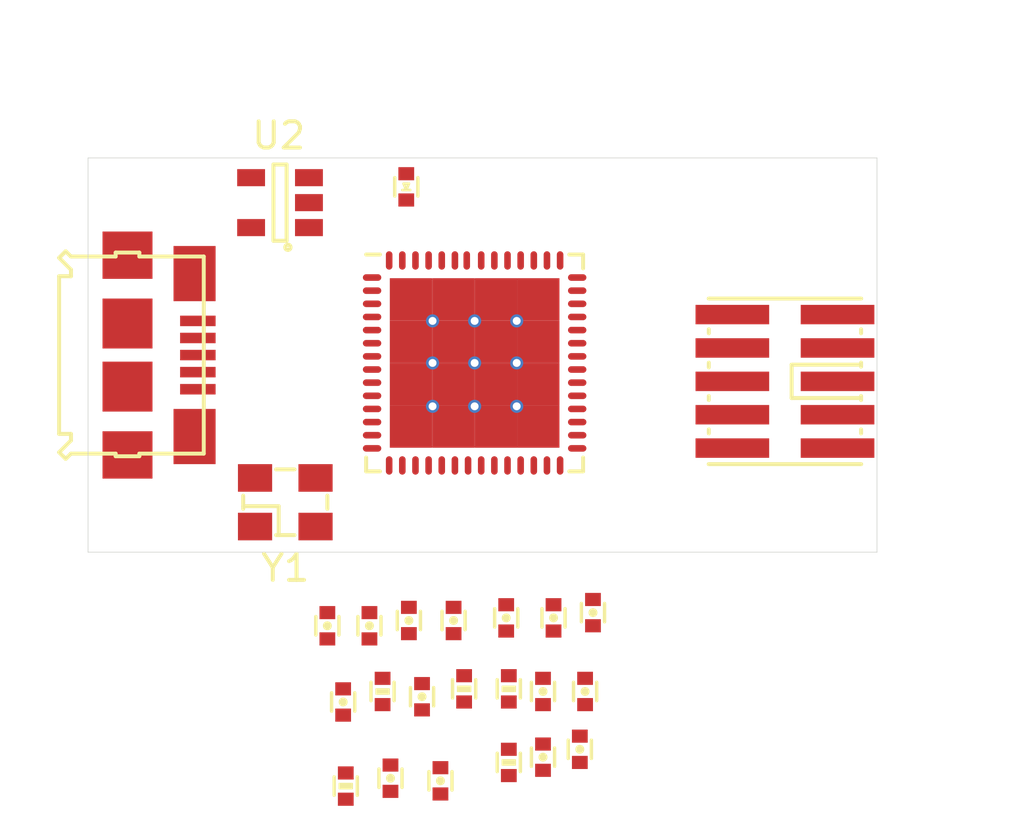
<source format=kicad_pcb>
(kicad_pcb (version 4) (host pcbnew 4.0.7-e2-6376~58~ubuntu16.04.1)

  (general
    (links 83)
    (no_connects 83)
    (area 14.987299 14.987299 45.012701 30.012701)
    (thickness 0.8)
    (drawings 6)
    (tracks 0)
    (zones 0)
    (modules 26)
    (nets 22)
  )

  (page User 152.4 101.6)
  (title_block
    (title FX2Grok-flat)
    (date 2017-09-07)
    (rev V0.1)
    (company 1BitSquared)
    (comment 1 "CC-BY-SA V4.0")
    (comment 3 "(C) Piotr Esden-Tempski 2017")
    (comment 4 "(C) 1BitSquared 2017")
  )

  (layers
    (0 F.Cu signal)
    (1 In1.Cu signal)
    (2 In2.Cu signal)
    (31 B.Cu signal)
    (34 B.Paste user)
    (35 F.Paste user)
    (36 B.SilkS user)
    (37 F.SilkS user)
    (38 B.Mask user)
    (39 F.Mask user)
    (40 Dwgs.User user)
    (44 Edge.Cuts user)
    (46 B.CrtYd user)
    (47 F.CrtYd user)
    (48 B.Fab user)
    (49 F.Fab user)
  )

  (setup
    (last_trace_width 0.127)
    (trace_clearance 0.1524)
    (zone_clearance 0.508)
    (zone_45_only no)
    (trace_min 0.127)
    (segment_width 0.381)
    (edge_width 0.0254)
    (via_size 0.44958)
    (via_drill 0.20066)
    (via_min_size 0.44958)
    (via_min_drill 0.20066)
    (uvia_size 0.508)
    (uvia_drill 0.127)
    (uvias_allowed no)
    (uvia_min_size 0.508)
    (uvia_min_drill 0.127)
    (pcb_text_width 0.3048)
    (pcb_text_size 1.524 2.032)
    (mod_edge_width 0.381)
    (mod_text_size 1.524 1.524)
    (mod_text_width 0.3048)
    (pad_size 1.89992 1.89992)
    (pad_drill 0)
    (pad_to_mask_clearance 0.0508)
    (aux_axis_origin 0 0)
    (visible_elements FFFFFF19)
    (pcbplotparams
      (layerselection 0x010cc_80000001)
      (usegerberextensions true)
      (usegerberattributes true)
      (excludeedgelayer true)
      (linewidth 0.150000)
      (plotframeref false)
      (viasonmask false)
      (mode 1)
      (useauxorigin false)
      (hpglpennumber 1)
      (hpglpenspeed 20)
      (hpglpendiameter 15)
      (hpglpenoverlay 0)
      (psnegative false)
      (psa4output false)
      (plotreference false)
      (plotvalue false)
      (plotinvisibletext false)
      (padsonsilk false)
      (subtractmaskfromsilk false)
      (outputformat 1)
      (mirror false)
      (drillshape 0)
      (scaleselection 1)
      (outputdirectory fx2grok-flat-0.1-gerber-files))
  )

  (net 0 "")
  (net 1 +5V)
  (net 2 /DM)
  (net 3 /DP)
  (net 4 /PA0)
  (net 5 /PB0)
  (net 6 /PB1)
  (net 7 /PB2)
  (net 8 /PB3)
  (net 9 /PB4)
  (net 10 /PB5)
  (net 11 /PB6)
  (net 12 /PB7)
  (net 13 /RESET#)
  (net 14 /SCL)
  (net 15 /SDA)
  (net 16 /WAKEUP)
  (net 17 /XTALIN)
  (net 18 /XTALOUT)
  (net 19 GND)
  (net 20 +3V3)
  (net 21 "Net-(D1-PadA)")

  (net_class Default "This is the default net class."
    (clearance 0.1524)
    (trace_width 0.127)
    (via_dia 0.44958)
    (via_drill 0.20066)
    (uvia_dia 0.508)
    (uvia_drill 0.127)
    (add_net +3V3)
    (add_net +5V)
    (add_net /DM)
    (add_net /DP)
    (add_net /PA0)
    (add_net /PB0)
    (add_net /PB1)
    (add_net /PB2)
    (add_net /PB3)
    (add_net /PB4)
    (add_net /PB5)
    (add_net /PB6)
    (add_net /PB7)
    (add_net /RESET#)
    (add_net /SCL)
    (add_net /SDA)
    (add_net /WAKEUP)
    (add_net /XTALIN)
    (add_net /XTALOUT)
    (add_net GND)
    (add_net "Net-(D1-PadA)")
  )

  (module pkl_dipol:C_0402 (layer F.Cu) (tedit 552C58AA) (tstamp 59C86C24)
    (at 38.3 43.8 270)
    (descr "Capacitor SMD 0402, reflow soldering")
    (tags "capacitor 0402")
    (path /4FCBEB98)
    (attr smd)
    (fp_text reference C1 (at 0 -1.1 270) (layer F.Fab)
      (effects (font (size 0.635 0.635) (thickness 0.1)))
    )
    (fp_text value 1uF (at 0 1.2 270) (layer F.Fab)
      (effects (font (size 0.635 0.635) (thickness 0.1)))
    )
    (fp_circle (center 0 0) (end 0 -0.085) (layer F.SilkS) (width 0.17))
    (fp_line (start -0.95 -0.5) (end 0.95 -0.5) (layer F.CrtYd) (width 0.05))
    (fp_line (start -0.95 0.5) (end 0.95 0.5) (layer F.CrtYd) (width 0.05))
    (fp_line (start -0.95 -0.5) (end -0.95 0.5) (layer F.CrtYd) (width 0.05))
    (fp_line (start 0.95 -0.5) (end 0.95 0.5) (layer F.CrtYd) (width 0.05))
    (fp_line (start -0.35 -0.44) (end 0.35 -0.44) (layer F.SilkS) (width 0.13))
    (fp_line (start 0.35 0.44) (end -0.35 0.44) (layer F.SilkS) (width 0.13))
    (pad 1 smd rect (at -0.5 0 270) (size 0.5 0.6) (layers F.Cu F.Paste F.Mask)
      (net 20 +3V3))
    (pad 2 smd rect (at 0.5 0 270) (size 0.5 0.6) (layers F.Cu F.Paste F.Mask)
      (net 19 GND))
    (model Capacitors_SMD.3dshapes/C_0402.wrl
      (at (xyz 0 0 0))
      (scale (xyz 1 1 1))
      (rotate (xyz 0 0 0))
    )
  )

  (module pkl_dipol:C_0402 (layer F.Cu) (tedit 552C58AA) (tstamp 59C86C31)
    (at 40.2 38.3 270)
    (descr "Capacitor SMD 0402, reflow soldering")
    (tags "capacitor 0402")
    (path /4FCA96AB)
    (attr smd)
    (fp_text reference C2 (at 0 -1.1 270) (layer F.Fab)
      (effects (font (size 0.635 0.635) (thickness 0.1)))
    )
    (fp_text value 100nF (at 0 1.2 270) (layer F.Fab)
      (effects (font (size 0.635 0.635) (thickness 0.1)))
    )
    (fp_circle (center 0 0) (end 0 -0.085) (layer F.SilkS) (width 0.17))
    (fp_line (start -0.95 -0.5) (end 0.95 -0.5) (layer F.CrtYd) (width 0.05))
    (fp_line (start -0.95 0.5) (end 0.95 0.5) (layer F.CrtYd) (width 0.05))
    (fp_line (start -0.95 -0.5) (end -0.95 0.5) (layer F.CrtYd) (width 0.05))
    (fp_line (start 0.95 -0.5) (end 0.95 0.5) (layer F.CrtYd) (width 0.05))
    (fp_line (start -0.35 -0.44) (end 0.35 -0.44) (layer F.SilkS) (width 0.13))
    (fp_line (start 0.35 0.44) (end -0.35 0.44) (layer F.SilkS) (width 0.13))
    (pad 1 smd rect (at -0.5 0 270) (size 0.5 0.6) (layers F.Cu F.Paste F.Mask)
      (net 20 +3V3))
    (pad 2 smd rect (at 0.5 0 270) (size 0.5 0.6) (layers F.Cu F.Paste F.Mask)
      (net 19 GND))
    (model Capacitors_SMD.3dshapes/C_0402.wrl
      (at (xyz 0 0 0))
      (scale (xyz 1 1 1))
      (rotate (xyz 0 0 0))
    )
  )

  (module pkl_dipol:C_0402 (layer F.Cu) (tedit 552C58AA) (tstamp 59C86C3E)
    (at 30.7 41.7 270)
    (descr "Capacitor SMD 0402, reflow soldering")
    (tags "capacitor 0402")
    (path /4FCA9C5D)
    (attr smd)
    (fp_text reference C3 (at 0 -1.1 270) (layer F.Fab)
      (effects (font (size 0.635 0.635) (thickness 0.1)))
    )
    (fp_text value 2.2uF (at 0 1.2 270) (layer F.Fab)
      (effects (font (size 0.635 0.635) (thickness 0.1)))
    )
    (fp_circle (center 0 0) (end 0 -0.085) (layer F.SilkS) (width 0.17))
    (fp_line (start -0.95 -0.5) (end 0.95 -0.5) (layer F.CrtYd) (width 0.05))
    (fp_line (start -0.95 0.5) (end 0.95 0.5) (layer F.CrtYd) (width 0.05))
    (fp_line (start -0.95 -0.5) (end -0.95 0.5) (layer F.CrtYd) (width 0.05))
    (fp_line (start 0.95 -0.5) (end 0.95 0.5) (layer F.CrtYd) (width 0.05))
    (fp_line (start -0.35 -0.44) (end 0.35 -0.44) (layer F.SilkS) (width 0.13))
    (fp_line (start 0.35 0.44) (end -0.35 0.44) (layer F.SilkS) (width 0.13))
    (pad 1 smd rect (at -0.5 0 270) (size 0.5 0.6) (layers F.Cu F.Paste F.Mask)
      (net 20 +3V3))
    (pad 2 smd rect (at 0.5 0 270) (size 0.5 0.6) (layers F.Cu F.Paste F.Mask)
      (net 19 GND))
    (model Capacitors_SMD.3dshapes/C_0402.wrl
      (at (xyz 0 0 0))
      (scale (xyz 1 1 1))
      (rotate (xyz 0 0 0))
    )
  )

  (module pkl_dipol:C_0402 (layer F.Cu) (tedit 552C58AA) (tstamp 59C86C4B)
    (at 31.700001 38.8 270)
    (descr "Capacitor SMD 0402, reflow soldering")
    (tags "capacitor 0402")
    (path /4FC8F6F8)
    (attr smd)
    (fp_text reference C4 (at 0 -1.1 270) (layer F.Fab)
      (effects (font (size 0.635 0.635) (thickness 0.1)))
    )
    (fp_text value 12pF (at 0 1.2 270) (layer F.Fab)
      (effects (font (size 0.635 0.635) (thickness 0.1)))
    )
    (fp_circle (center 0 0) (end 0 -0.085) (layer F.SilkS) (width 0.17))
    (fp_line (start -0.95 -0.5) (end 0.95 -0.5) (layer F.CrtYd) (width 0.05))
    (fp_line (start -0.95 0.5) (end 0.95 0.5) (layer F.CrtYd) (width 0.05))
    (fp_line (start -0.95 -0.5) (end -0.95 0.5) (layer F.CrtYd) (width 0.05))
    (fp_line (start 0.95 -0.5) (end 0.95 0.5) (layer F.CrtYd) (width 0.05))
    (fp_line (start -0.35 -0.44) (end 0.35 -0.44) (layer F.SilkS) (width 0.13))
    (fp_line (start 0.35 0.44) (end -0.35 0.44) (layer F.SilkS) (width 0.13))
    (pad 1 smd rect (at -0.5 0 270) (size 0.5 0.6) (layers F.Cu F.Paste F.Mask)
      (net 17 /XTALIN))
    (pad 2 smd rect (at 0.5 0 270) (size 0.5 0.6) (layers F.Cu F.Paste F.Mask)
      (net 19 GND))
    (model Capacitors_SMD.3dshapes/C_0402.wrl
      (at (xyz 0 0 0))
      (scale (xyz 1 1 1))
      (rotate (xyz 0 0 0))
    )
  )

  (module pkl_dipol:C_0402 (layer F.Cu) (tedit 552C58AA) (tstamp 59C86C58)
    (at 38.7 38.5 270)
    (descr "Capacitor SMD 0402, reflow soldering")
    (tags "capacitor 0402")
    (path /4FCA9777)
    (attr smd)
    (fp_text reference C5 (at 0 -1.1 270) (layer F.Fab)
      (effects (font (size 0.635 0.635) (thickness 0.1)))
    )
    (fp_text value 100nF (at 0 1.2 270) (layer F.Fab)
      (effects (font (size 0.635 0.635) (thickness 0.1)))
    )
    (fp_circle (center 0 0) (end 0 -0.085) (layer F.SilkS) (width 0.17))
    (fp_line (start -0.95 -0.5) (end 0.95 -0.5) (layer F.CrtYd) (width 0.05))
    (fp_line (start -0.95 0.5) (end 0.95 0.5) (layer F.CrtYd) (width 0.05))
    (fp_line (start -0.95 -0.5) (end -0.95 0.5) (layer F.CrtYd) (width 0.05))
    (fp_line (start 0.95 -0.5) (end 0.95 0.5) (layer F.CrtYd) (width 0.05))
    (fp_line (start -0.35 -0.44) (end 0.35 -0.44) (layer F.SilkS) (width 0.13))
    (fp_line (start 0.35 0.44) (end -0.35 0.44) (layer F.SilkS) (width 0.13))
    (pad 1 smd rect (at -0.5 0 270) (size 0.5 0.6) (layers F.Cu F.Paste F.Mask)
      (net 20 +3V3))
    (pad 2 smd rect (at 0.5 0 270) (size 0.5 0.6) (layers F.Cu F.Paste F.Mask)
      (net 19 GND))
    (model Capacitors_SMD.3dshapes/C_0402.wrl
      (at (xyz 0 0 0))
      (scale (xyz 1 1 1))
      (rotate (xyz 0 0 0))
    )
  )

  (module pkl_dipol:C_0402 (layer F.Cu) (tedit 552C58AA) (tstamp 59C86C65)
    (at 33.2 38.6 270)
    (descr "Capacitor SMD 0402, reflow soldering")
    (tags "capacitor 0402")
    (path /4FCA9C79)
    (attr smd)
    (fp_text reference C6 (at 0 -1.1 270) (layer F.Fab)
      (effects (font (size 0.635 0.635) (thickness 0.1)))
    )
    (fp_text value 2.2uF (at 0 1.2 270) (layer F.Fab)
      (effects (font (size 0.635 0.635) (thickness 0.1)))
    )
    (fp_circle (center 0 0) (end 0 -0.085) (layer F.SilkS) (width 0.17))
    (fp_line (start -0.95 -0.5) (end 0.95 -0.5) (layer F.CrtYd) (width 0.05))
    (fp_line (start -0.95 0.5) (end 0.95 0.5) (layer F.CrtYd) (width 0.05))
    (fp_line (start -0.95 -0.5) (end -0.95 0.5) (layer F.CrtYd) (width 0.05))
    (fp_line (start 0.95 -0.5) (end 0.95 0.5) (layer F.CrtYd) (width 0.05))
    (fp_line (start -0.35 -0.44) (end 0.35 -0.44) (layer F.SilkS) (width 0.13))
    (fp_line (start 0.35 0.44) (end -0.35 0.44) (layer F.SilkS) (width 0.13))
    (pad 1 smd rect (at -0.5 0 270) (size 0.5 0.6) (layers F.Cu F.Paste F.Mask)
      (net 20 +3V3))
    (pad 2 smd rect (at 0.5 0 270) (size 0.5 0.6) (layers F.Cu F.Paste F.Mask)
      (net 19 GND))
    (model Capacitors_SMD.3dshapes/C_0402.wrl
      (at (xyz 0 0 0))
      (scale (xyz 1 1 1))
      (rotate (xyz 0 0 0))
    )
  )

  (module pkl_dipol:C_0402 (layer F.Cu) (tedit 552C58AA) (tstamp 59C86C72)
    (at 34.4 44.7 270)
    (descr "Capacitor SMD 0402, reflow soldering")
    (tags "capacitor 0402")
    (path /4FCA9793)
    (attr smd)
    (fp_text reference C7 (at 0 -1.1 270) (layer F.Fab)
      (effects (font (size 0.635 0.635) (thickness 0.1)))
    )
    (fp_text value 100nF (at 0 1.2 270) (layer F.Fab)
      (effects (font (size 0.635 0.635) (thickness 0.1)))
    )
    (fp_circle (center 0 0) (end 0 -0.085) (layer F.SilkS) (width 0.17))
    (fp_line (start -0.95 -0.5) (end 0.95 -0.5) (layer F.CrtYd) (width 0.05))
    (fp_line (start -0.95 0.5) (end 0.95 0.5) (layer F.CrtYd) (width 0.05))
    (fp_line (start -0.95 -0.5) (end -0.95 0.5) (layer F.CrtYd) (width 0.05))
    (fp_line (start 0.95 -0.5) (end 0.95 0.5) (layer F.CrtYd) (width 0.05))
    (fp_line (start -0.35 -0.44) (end 0.35 -0.44) (layer F.SilkS) (width 0.13))
    (fp_line (start 0.35 0.44) (end -0.35 0.44) (layer F.SilkS) (width 0.13))
    (pad 1 smd rect (at -0.5 0 270) (size 0.5 0.6) (layers F.Cu F.Paste F.Mask)
      (net 20 +3V3))
    (pad 2 smd rect (at 0.5 0 270) (size 0.5 0.6) (layers F.Cu F.Paste F.Mask)
      (net 19 GND))
    (model Capacitors_SMD.3dshapes/C_0402.wrl
      (at (xyz 0 0 0))
      (scale (xyz 1 1 1))
      (rotate (xyz 0 0 0))
    )
  )

  (module pkl_dipol:C_0402 (layer F.Cu) (tedit 552C58AA) (tstamp 59C86C7F)
    (at 39.9 41.3 270)
    (descr "Capacitor SMD 0402, reflow soldering")
    (tags "capacitor 0402")
    (path /4FCA9C7E)
    (attr smd)
    (fp_text reference C8 (at 0 -1.1 270) (layer F.Fab)
      (effects (font (size 0.635 0.635) (thickness 0.1)))
    )
    (fp_text value 100nF (at 0 1.2 270) (layer F.Fab)
      (effects (font (size 0.635 0.635) (thickness 0.1)))
    )
    (fp_circle (center 0 0) (end 0 -0.085) (layer F.SilkS) (width 0.17))
    (fp_line (start -0.95 -0.5) (end 0.95 -0.5) (layer F.CrtYd) (width 0.05))
    (fp_line (start -0.95 0.5) (end 0.95 0.5) (layer F.CrtYd) (width 0.05))
    (fp_line (start -0.95 -0.5) (end -0.95 0.5) (layer F.CrtYd) (width 0.05))
    (fp_line (start 0.95 -0.5) (end 0.95 0.5) (layer F.CrtYd) (width 0.05))
    (fp_line (start -0.35 -0.44) (end 0.35 -0.44) (layer F.SilkS) (width 0.13))
    (fp_line (start 0.35 0.44) (end -0.35 0.44) (layer F.SilkS) (width 0.13))
    (pad 1 smd rect (at -0.5 0 270) (size 0.5 0.6) (layers F.Cu F.Paste F.Mask)
      (net 20 +3V3))
    (pad 2 smd rect (at 0.5 0 270) (size 0.5 0.6) (layers F.Cu F.Paste F.Mask)
      (net 19 GND))
    (model Capacitors_SMD.3dshapes/C_0402.wrl
      (at (xyz 0 0 0))
      (scale (xyz 1 1 1))
      (rotate (xyz 0 0 0))
    )
  )

  (module pkl_dipol:C_0402 (layer F.Cu) (tedit 552C58AA) (tstamp 59C86C8C)
    (at 36.9 38.5 270)
    (descr "Capacitor SMD 0402, reflow soldering")
    (tags "capacitor 0402")
    (path /4FC8F6F5)
    (attr smd)
    (fp_text reference C9 (at 0 -1.1 270) (layer F.Fab)
      (effects (font (size 0.635 0.635) (thickness 0.1)))
    )
    (fp_text value 12pF (at 0 1.2 270) (layer F.Fab)
      (effects (font (size 0.635 0.635) (thickness 0.1)))
    )
    (fp_circle (center 0 0) (end 0 -0.085) (layer F.SilkS) (width 0.17))
    (fp_line (start -0.95 -0.5) (end 0.95 -0.5) (layer F.CrtYd) (width 0.05))
    (fp_line (start -0.95 0.5) (end 0.95 0.5) (layer F.CrtYd) (width 0.05))
    (fp_line (start -0.95 -0.5) (end -0.95 0.5) (layer F.CrtYd) (width 0.05))
    (fp_line (start 0.95 -0.5) (end 0.95 0.5) (layer F.CrtYd) (width 0.05))
    (fp_line (start -0.35 -0.44) (end 0.35 -0.44) (layer F.SilkS) (width 0.13))
    (fp_line (start 0.35 0.44) (end -0.35 0.44) (layer F.SilkS) (width 0.13))
    (pad 1 smd rect (at -0.5 0 270) (size 0.5 0.6) (layers F.Cu F.Paste F.Mask)
      (net 18 /XTALOUT))
    (pad 2 smd rect (at 0.5 0 270) (size 0.5 0.6) (layers F.Cu F.Paste F.Mask)
      (net 19 GND))
    (model Capacitors_SMD.3dshapes/C_0402.wrl
      (at (xyz 0 0 0))
      (scale (xyz 1 1 1))
      (rotate (xyz 0 0 0))
    )
  )

  (module pkl_dipol:C_0402 (layer F.Cu) (tedit 552C58AA) (tstamp 59C86C99)
    (at 39.7 43.5 270)
    (descr "Capacitor SMD 0402, reflow soldering")
    (tags "capacitor 0402")
    (path /4FCA9724)
    (attr smd)
    (fp_text reference C10 (at 0 -1.1 270) (layer F.Fab)
      (effects (font (size 0.635 0.635) (thickness 0.1)))
    )
    (fp_text value 100nF (at 0 1.2 270) (layer F.Fab)
      (effects (font (size 0.635 0.635) (thickness 0.1)))
    )
    (fp_circle (center 0 0) (end 0 -0.085) (layer F.SilkS) (width 0.17))
    (fp_line (start -0.95 -0.5) (end 0.95 -0.5) (layer F.CrtYd) (width 0.05))
    (fp_line (start -0.95 0.5) (end 0.95 0.5) (layer F.CrtYd) (width 0.05))
    (fp_line (start -0.95 -0.5) (end -0.95 0.5) (layer F.CrtYd) (width 0.05))
    (fp_line (start 0.95 -0.5) (end 0.95 0.5) (layer F.CrtYd) (width 0.05))
    (fp_line (start -0.35 -0.44) (end 0.35 -0.44) (layer F.SilkS) (width 0.13))
    (fp_line (start 0.35 0.44) (end -0.35 0.44) (layer F.SilkS) (width 0.13))
    (pad 1 smd rect (at -0.5 0 270) (size 0.5 0.6) (layers F.Cu F.Paste F.Mask)
      (net 20 +3V3))
    (pad 2 smd rect (at 0.5 0 270) (size 0.5 0.6) (layers F.Cu F.Paste F.Mask)
      (net 19 GND))
    (model Capacitors_SMD.3dshapes/C_0402.wrl
      (at (xyz 0 0 0))
      (scale (xyz 1 1 1))
      (rotate (xyz 0 0 0))
    )
  )

  (module pkl_dipol:C_0402 (layer F.Cu) (tedit 552C58AA) (tstamp 59C86CA6)
    (at 34.9 38.6 270)
    (descr "Capacitor SMD 0402, reflow soldering")
    (tags "capacitor 0402")
    (path /4FCA9C86)
    (attr smd)
    (fp_text reference C11 (at 0 -1.1 270) (layer F.Fab)
      (effects (font (size 0.635 0.635) (thickness 0.1)))
    )
    (fp_text value 100nF (at 0 1.2 270) (layer F.Fab)
      (effects (font (size 0.635 0.635) (thickness 0.1)))
    )
    (fp_circle (center 0 0) (end 0 -0.085) (layer F.SilkS) (width 0.17))
    (fp_line (start -0.95 -0.5) (end 0.95 -0.5) (layer F.CrtYd) (width 0.05))
    (fp_line (start -0.95 0.5) (end 0.95 0.5) (layer F.CrtYd) (width 0.05))
    (fp_line (start -0.95 -0.5) (end -0.95 0.5) (layer F.CrtYd) (width 0.05))
    (fp_line (start 0.95 -0.5) (end 0.95 0.5) (layer F.CrtYd) (width 0.05))
    (fp_line (start -0.35 -0.44) (end 0.35 -0.44) (layer F.SilkS) (width 0.13))
    (fp_line (start 0.35 0.44) (end -0.35 0.44) (layer F.SilkS) (width 0.13))
    (pad 1 smd rect (at -0.5 0 270) (size 0.5 0.6) (layers F.Cu F.Paste F.Mask)
      (net 20 +3V3))
    (pad 2 smd rect (at 0.5 0 270) (size 0.5 0.6) (layers F.Cu F.Paste F.Mask)
      (net 19 GND))
    (model Capacitors_SMD.3dshapes/C_0402.wrl
      (at (xyz 0 0 0))
      (scale (xyz 1 1 1))
      (rotate (xyz 0 0 0))
    )
  )

  (module pkl_dipol:C_0402 (layer F.Cu) (tedit 552C58AA) (tstamp 59C86CB3)
    (at 38.3 41.3 270)
    (descr "Capacitor SMD 0402, reflow soldering")
    (tags "capacitor 0402")
    (path /4FCA9799)
    (attr smd)
    (fp_text reference C12 (at 0 -1.1 270) (layer F.Fab)
      (effects (font (size 0.635 0.635) (thickness 0.1)))
    )
    (fp_text value 100nF (at 0 1.2 270) (layer F.Fab)
      (effects (font (size 0.635 0.635) (thickness 0.1)))
    )
    (fp_circle (center 0 0) (end 0 -0.085) (layer F.SilkS) (width 0.17))
    (fp_line (start -0.95 -0.5) (end 0.95 -0.5) (layer F.CrtYd) (width 0.05))
    (fp_line (start -0.95 0.5) (end 0.95 0.5) (layer F.CrtYd) (width 0.05))
    (fp_line (start -0.95 -0.5) (end -0.95 0.5) (layer F.CrtYd) (width 0.05))
    (fp_line (start 0.95 -0.5) (end 0.95 0.5) (layer F.CrtYd) (width 0.05))
    (fp_line (start -0.35 -0.44) (end 0.35 -0.44) (layer F.SilkS) (width 0.13))
    (fp_line (start 0.35 0.44) (end -0.35 0.44) (layer F.SilkS) (width 0.13))
    (pad 1 smd rect (at -0.5 0 270) (size 0.5 0.6) (layers F.Cu F.Paste F.Mask)
      (net 20 +3V3))
    (pad 2 smd rect (at 0.5 0 270) (size 0.5 0.6) (layers F.Cu F.Paste F.Mask)
      (net 19 GND))
    (model Capacitors_SMD.3dshapes/C_0402.wrl
      (at (xyz 0 0 0))
      (scale (xyz 1 1 1))
      (rotate (xyz 0 0 0))
    )
  )

  (module pkl_dipol:C_0402 (layer F.Cu) (tedit 552C58AA) (tstamp 59C86CC0)
    (at 32.5 44.599999 270)
    (descr "Capacitor SMD 0402, reflow soldering")
    (tags "capacitor 0402")
    (path /4FCA97A0)
    (attr smd)
    (fp_text reference C13 (at 0 -1.1 270) (layer F.Fab)
      (effects (font (size 0.635 0.635) (thickness 0.1)))
    )
    (fp_text value 100nF (at 0 1.2 270) (layer F.Fab)
      (effects (font (size 0.635 0.635) (thickness 0.1)))
    )
    (fp_circle (center 0 0) (end 0 -0.085) (layer F.SilkS) (width 0.17))
    (fp_line (start -0.95 -0.5) (end 0.95 -0.5) (layer F.CrtYd) (width 0.05))
    (fp_line (start -0.95 0.5) (end 0.95 0.5) (layer F.CrtYd) (width 0.05))
    (fp_line (start -0.95 -0.5) (end -0.95 0.5) (layer F.CrtYd) (width 0.05))
    (fp_line (start 0.95 -0.5) (end 0.95 0.5) (layer F.CrtYd) (width 0.05))
    (fp_line (start -0.35 -0.44) (end 0.35 -0.44) (layer F.SilkS) (width 0.13))
    (fp_line (start 0.35 0.44) (end -0.35 0.44) (layer F.SilkS) (width 0.13))
    (pad 1 smd rect (at -0.5 0 270) (size 0.5 0.6) (layers F.Cu F.Paste F.Mask)
      (net 20 +3V3))
    (pad 2 smd rect (at 0.5 0 270) (size 0.5 0.6) (layers F.Cu F.Paste F.Mask)
      (net 19 GND))
    (model Capacitors_SMD.3dshapes/C_0402.wrl
      (at (xyz 0 0 0))
      (scale (xyz 1 1 1))
      (rotate (xyz 0 0 0))
    )
  )

  (module pkl_dipol:C_0402 (layer F.Cu) (tedit 552C58AA) (tstamp 59C86CCD)
    (at 30.1 38.8 270)
    (descr "Capacitor SMD 0402, reflow soldering")
    (tags "capacitor 0402")
    (path /4FCAA85F)
    (attr smd)
    (fp_text reference C14 (at 0 -1.1 270) (layer F.Fab)
      (effects (font (size 0.635 0.635) (thickness 0.1)))
    )
    (fp_text value 1uF (at 0 1.2 270) (layer F.Fab)
      (effects (font (size 0.635 0.635) (thickness 0.1)))
    )
    (fp_circle (center 0 0) (end 0 -0.085) (layer F.SilkS) (width 0.17))
    (fp_line (start -0.95 -0.5) (end 0.95 -0.5) (layer F.CrtYd) (width 0.05))
    (fp_line (start -0.95 0.5) (end 0.95 0.5) (layer F.CrtYd) (width 0.05))
    (fp_line (start -0.95 -0.5) (end -0.95 0.5) (layer F.CrtYd) (width 0.05))
    (fp_line (start 0.95 -0.5) (end 0.95 0.5) (layer F.CrtYd) (width 0.05))
    (fp_line (start -0.35 -0.44) (end 0.35 -0.44) (layer F.SilkS) (width 0.13))
    (fp_line (start 0.35 0.44) (end -0.35 0.44) (layer F.SilkS) (width 0.13))
    (pad 1 smd rect (at -0.5 0 270) (size 0.5 0.6) (layers F.Cu F.Paste F.Mask)
      (net 1 +5V))
    (pad 2 smd rect (at 0.5 0 270) (size 0.5 0.6) (layers F.Cu F.Paste F.Mask)
      (net 19 GND))
    (model Capacitors_SMD.3dshapes/C_0402.wrl
      (at (xyz 0 0 0))
      (scale (xyz 1 1 1))
      (rotate (xyz 0 0 0))
    )
  )

  (module pkl_dipol:C_0402 (layer F.Cu) (tedit 552C58AA) (tstamp 59C86CDA)
    (at 33.7 41.5 270)
    (descr "Capacitor SMD 0402, reflow soldering")
    (tags "capacitor 0402")
    (path /4FCAA863)
    (attr smd)
    (fp_text reference C16 (at 0 -1.1 270) (layer F.Fab)
      (effects (font (size 0.635 0.635) (thickness 0.1)))
    )
    (fp_text value 1uF (at 0 1.2 270) (layer F.Fab)
      (effects (font (size 0.635 0.635) (thickness 0.1)))
    )
    (fp_circle (center 0 0) (end 0 -0.085) (layer F.SilkS) (width 0.17))
    (fp_line (start -0.95 -0.5) (end 0.95 -0.5) (layer F.CrtYd) (width 0.05))
    (fp_line (start -0.95 0.5) (end 0.95 0.5) (layer F.CrtYd) (width 0.05))
    (fp_line (start -0.95 -0.5) (end -0.95 0.5) (layer F.CrtYd) (width 0.05))
    (fp_line (start 0.95 -0.5) (end 0.95 0.5) (layer F.CrtYd) (width 0.05))
    (fp_line (start -0.35 -0.44) (end 0.35 -0.44) (layer F.SilkS) (width 0.13))
    (fp_line (start 0.35 0.44) (end -0.35 0.44) (layer F.SilkS) (width 0.13))
    (pad 1 smd rect (at -0.5 0 270) (size 0.5 0.6) (layers F.Cu F.Paste F.Mask)
      (net 20 +3V3))
    (pad 2 smd rect (at 0.5 0 270) (size 0.5 0.6) (layers F.Cu F.Paste F.Mask)
      (net 19 GND))
    (model Capacitors_SMD.3dshapes/C_0402.wrl
      (at (xyz 0 0 0))
      (scale (xyz 1 1 1))
      (rotate (xyz 0 0 0))
    )
  )

  (module pkl_dipol:D_0402 (layer F.Cu) (tedit 5568E1EB) (tstamp 59C86CEA)
    (at 33.1 22.1 90)
    (descr "Diode SMD 0402, reflow soldering")
    (tags "diode led 0402")
    (path /4FCAAEBC)
    (attr smd)
    (fp_text reference D1 (at 0 -1.1 90) (layer F.Fab)
      (effects (font (size 0.635 0.635) (thickness 0.1)))
    )
    (fp_text value LED1 (at 0 1.2 90) (layer F.Fab)
      (effects (font (size 0.635 0.635) (thickness 0.1)))
    )
    (fp_line (start -0.12 0.15) (end -0.12 -0.15) (layer F.SilkS) (width 0.1))
    (fp_line (start -0.12 0) (end 0.12 0.1) (layer F.SilkS) (width 0.1))
    (fp_line (start 0.12 -0.1) (end -0.12 0) (layer F.SilkS) (width 0.1))
    (fp_line (start 0.12 0.1) (end 0.12 -0.1) (layer F.SilkS) (width 0.1))
    (fp_line (start 0.95 0.5) (end -0.95 0.5) (layer F.CrtYd) (width 0.05))
    (fp_line (start 0.95 -0.5) (end -0.95 -0.5) (layer F.CrtYd) (width 0.05))
    (fp_line (start 0.95 0.5) (end 0.95 -0.5) (layer F.CrtYd) (width 0.05))
    (fp_line (start -0.95 0.5) (end -0.95 -0.5) (layer F.CrtYd) (width 0.05))
    (fp_line (start 0.35 0.44) (end -0.35 0.44) (layer F.SilkS) (width 0.13))
    (fp_line (start -0.35 -0.44) (end 0.35 -0.44) (layer F.SilkS) (width 0.13))
    (pad A smd rect (at 0.5 0 270) (size 0.5 0.6) (layers F.Cu F.Paste F.Mask)
      (net 21 "Net-(D1-PadA)"))
    (pad C smd rect (at -0.5 0 270) (size 0.5 0.6) (layers F.Cu F.Paste F.Mask)
      (net 19 GND))
    (model SMD_Packages.3dshapes/SMD-0402.wrl
      (at (xyz 0 0 0))
      (scale (xyz 1 1 1))
      (rotate (xyz 0 0 0))
    )
  )

  (module pkl_samtec:FTSH-105-XX-X-DV (layer F.Cu) (tedit 576E3874) (tstamp 59C86D6E)
    (at 47.5 29.5 270)
    (path /59BAEE0E)
    (fp_text reference J1 (at 0 4.5 270) (layer F.Fab)
      (effects (font (size 1 1) (thickness 0.15)))
    )
    (fp_text value Conn_02x05_Odd_Even (at 0 -4.5 270) (layer F.Fab)
      (effects (font (size 1 1) (thickness 0.15)))
    )
    (fp_line (start -3.3 -3.05) (end 3.3 -3.05) (layer F.CrtYd) (width 0.05))
    (fp_line (start -3.3 3.05) (end -3.3 -3.05) (layer F.CrtYd) (width 0.05))
    (fp_line (start 3.3 3.05) (end -3.3 3.05) (layer F.CrtYd) (width 0.05))
    (fp_line (start 3.3 -3.05) (end 3.3 3.05) (layer F.CrtYd) (width 0.05))
    (fp_line (start -0.635 -0.254) (end -0.635 -2.794) (layer F.SilkS) (width 0.15))
    (fp_line (start 0.635 -0.254) (end -0.635 -0.254) (layer F.SilkS) (width 0.15))
    (fp_line (start 0.635 -2.794) (end 0.635 -0.254) (layer F.SilkS) (width 0.15))
    (fp_line (start 1.8288 2.8956) (end 1.9812 2.8956) (layer F.SilkS) (width 0.15))
    (fp_line (start 0.5588 2.8956) (end 0.7112 2.8956) (layer F.SilkS) (width 0.15))
    (fp_line (start -0.7112 2.8956) (end -0.5334 2.8956) (layer F.SilkS) (width 0.15))
    (fp_line (start -1.9812 2.8956) (end -1.8288 2.8956) (layer F.SilkS) (width 0.15))
    (fp_line (start -1.8288 -2.8956) (end -1.9812 -2.8956) (layer F.SilkS) (width 0.15))
    (fp_line (start -0.5588 -2.8956) (end -0.7112 -2.8956) (layer F.SilkS) (width 0.15))
    (fp_line (start 0.7112 -2.8956) (end 0.5588 -2.8956) (layer F.SilkS) (width 0.15))
    (fp_line (start 1.9812 -2.8956) (end 1.8288 -2.8956) (layer F.SilkS) (width 0.15))
    (fp_line (start 3.15 2.9) (end 3.15 -2.9) (layer F.SilkS) (width 0.15))
    (fp_line (start -3.15 2.9) (end -3.15 -2.9) (layer F.SilkS) (width 0.15))
    (pad 1 smd rect (at 2.54 -2 90) (size 0.74 2.8) (layers F.Cu F.Paste F.Mask)
      (net 5 /PB0))
    (pad 2 smd rect (at 2.54 2 90) (size 0.74 2.8) (layers F.Cu F.Paste F.Mask)
      (net 6 /PB1))
    (pad 3 smd rect (at 1.27 -2 90) (size 0.74 2.8) (layers F.Cu F.Paste F.Mask)
      (net 7 /PB2))
    (pad 4 smd rect (at 1.27 2 90) (size 0.74 2.8) (layers F.Cu F.Paste F.Mask)
      (net 8 /PB3))
    (pad 5 smd rect (at 0 -2 90) (size 0.74 2.8) (layers F.Cu F.Paste F.Mask)
      (net 9 /PB4))
    (pad 6 smd rect (at 0 2 90) (size 0.74 2.8) (layers F.Cu F.Paste F.Mask)
      (net 10 /PB5))
    (pad 7 smd rect (at -1.27 -2 90) (size 0.74 2.8) (layers F.Cu F.Paste F.Mask)
      (net 11 /PB6))
    (pad 8 smd rect (at -1.27 2 90) (size 0.74 2.8) (layers F.Cu F.Paste F.Mask)
      (net 12 /PB7))
    (pad 9 smd rect (at -2.54 -2 90) (size 0.74 2.8) (layers F.Cu F.Paste F.Mask)
      (net 19 GND))
    (pad 10 smd rect (at -2.54 2 90) (size 0.74 2.8) (layers F.Cu F.Paste F.Mask)
      (net 19 GND))
  )

  (module pkl_dipol:R_0402 (layer F.Cu) (tedit 552C709B) (tstamp 59C86D7B)
    (at 37 41.2 270)
    (descr "Resistor SMD 0402, reflow soldering")
    (tags "resistor 0402")
    (path /4FCA95B2)
    (attr smd)
    (fp_text reference R1 (at 0 -1.1 270) (layer F.Fab)
      (effects (font (size 0.635 0.635) (thickness 0.1)))
    )
    (fp_text value 100K (at 0 1.2 270) (layer F.Fab)
      (effects (font (size 0.635 0.635) (thickness 0.1)))
    )
    (fp_poly (pts (xy -0.1 0.25) (xy -0.1 -0.25) (xy 0.1 -0.25) (xy 0.1 0.25)
      (xy -0.1 0.25)) (layer F.SilkS) (width 0.05))
    (fp_line (start -0.95 -0.5) (end 0.95 -0.5) (layer F.CrtYd) (width 0.05))
    (fp_line (start -0.95 0.5) (end 0.95 0.5) (layer F.CrtYd) (width 0.05))
    (fp_line (start -0.95 -0.5) (end -0.95 0.5) (layer F.CrtYd) (width 0.05))
    (fp_line (start 0.95 -0.5) (end 0.95 0.5) (layer F.CrtYd) (width 0.05))
    (fp_line (start -0.35 -0.44) (end 0.35 -0.44) (layer F.SilkS) (width 0.13))
    (fp_line (start 0.35 0.44) (end -0.35 0.44) (layer F.SilkS) (width 0.13))
    (pad 1 smd rect (at -0.5 0 270) (size 0.5 0.6) (layers F.Cu F.Paste F.Mask)
      (net 20 +3V3))
    (pad 2 smd rect (at 0.5 0 270) (size 0.5 0.6) (layers F.Cu F.Paste F.Mask)
      (net 16 /WAKEUP))
    (model Resistors_SMD.3dshapes/R_0402.wrl
      (at (xyz 0 0 0))
      (scale (xyz 1 1 1))
      (rotate (xyz 0 0 0))
    )
  )

  (module pkl_dipol:R_0402 (layer F.Cu) (tedit 552C709B) (tstamp 59C86D88)
    (at 35.3 41.199999 270)
    (descr "Resistor SMD 0402, reflow soldering")
    (tags "resistor 0402")
    (path /4FCAA3E6)
    (attr smd)
    (fp_text reference R2 (at 0 -1.1 270) (layer F.Fab)
      (effects (font (size 0.635 0.635) (thickness 0.1)))
    )
    (fp_text value 2K7 (at 0 1.2 270) (layer F.Fab)
      (effects (font (size 0.635 0.635) (thickness 0.1)))
    )
    (fp_poly (pts (xy -0.1 0.25) (xy -0.1 -0.25) (xy 0.1 -0.25) (xy 0.1 0.25)
      (xy -0.1 0.25)) (layer F.SilkS) (width 0.05))
    (fp_line (start -0.95 -0.5) (end 0.95 -0.5) (layer F.CrtYd) (width 0.05))
    (fp_line (start -0.95 0.5) (end 0.95 0.5) (layer F.CrtYd) (width 0.05))
    (fp_line (start -0.95 -0.5) (end -0.95 0.5) (layer F.CrtYd) (width 0.05))
    (fp_line (start 0.95 -0.5) (end 0.95 0.5) (layer F.CrtYd) (width 0.05))
    (fp_line (start -0.35 -0.44) (end 0.35 -0.44) (layer F.SilkS) (width 0.13))
    (fp_line (start 0.35 0.44) (end -0.35 0.44) (layer F.SilkS) (width 0.13))
    (pad 1 smd rect (at -0.5 0 270) (size 0.5 0.6) (layers F.Cu F.Paste F.Mask)
      (net 20 +3V3))
    (pad 2 smd rect (at 0.5 0 270) (size 0.5 0.6) (layers F.Cu F.Paste F.Mask)
      (net 13 /RESET#))
    (model Resistors_SMD.3dshapes/R_0402.wrl
      (at (xyz 0 0 0))
      (scale (xyz 1 1 1))
      (rotate (xyz 0 0 0))
    )
  )

  (module pkl_dipol:R_0402 (layer F.Cu) (tedit 552C709B) (tstamp 59C86D95)
    (at 30.8 44.9 270)
    (descr "Resistor SMD 0402, reflow soldering")
    (tags "resistor 0402")
    (path /5151D52F)
    (attr smd)
    (fp_text reference R3 (at 0 -1.1 270) (layer F.Fab)
      (effects (font (size 0.635 0.635) (thickness 0.1)))
    )
    (fp_text value 2K7 (at 0 1.2 270) (layer F.Fab)
      (effects (font (size 0.635 0.635) (thickness 0.1)))
    )
    (fp_poly (pts (xy -0.1 0.25) (xy -0.1 -0.25) (xy 0.1 -0.25) (xy 0.1 0.25)
      (xy -0.1 0.25)) (layer F.SilkS) (width 0.05))
    (fp_line (start -0.95 -0.5) (end 0.95 -0.5) (layer F.CrtYd) (width 0.05))
    (fp_line (start -0.95 0.5) (end 0.95 0.5) (layer F.CrtYd) (width 0.05))
    (fp_line (start -0.95 -0.5) (end -0.95 0.5) (layer F.CrtYd) (width 0.05))
    (fp_line (start 0.95 -0.5) (end 0.95 0.5) (layer F.CrtYd) (width 0.05))
    (fp_line (start -0.35 -0.44) (end 0.35 -0.44) (layer F.SilkS) (width 0.13))
    (fp_line (start 0.35 0.44) (end -0.35 0.44) (layer F.SilkS) (width 0.13))
    (pad 1 smd rect (at -0.5 0 270) (size 0.5 0.6) (layers F.Cu F.Paste F.Mask)
      (net 14 /SCL))
    (pad 2 smd rect (at 0.5 0 270) (size 0.5 0.6) (layers F.Cu F.Paste F.Mask)
      (net 20 +3V3))
    (model Resistors_SMD.3dshapes/R_0402.wrl
      (at (xyz 0 0 0))
      (scale (xyz 1 1 1))
      (rotate (xyz 0 0 0))
    )
  )

  (module pkl_dipol:R_0402 (layer F.Cu) (tedit 552C709B) (tstamp 59C86DA2)
    (at 32.2 41.3 270)
    (descr "Resistor SMD 0402, reflow soldering")
    (tags "resistor 0402")
    (path /4FCA93BD)
    (attr smd)
    (fp_text reference R4 (at 0 -1.1 270) (layer F.Fab)
      (effects (font (size 0.635 0.635) (thickness 0.1)))
    )
    (fp_text value 2K7 (at 0 1.2 270) (layer F.Fab)
      (effects (font (size 0.635 0.635) (thickness 0.1)))
    )
    (fp_poly (pts (xy -0.1 0.25) (xy -0.1 -0.25) (xy 0.1 -0.25) (xy 0.1 0.25)
      (xy -0.1 0.25)) (layer F.SilkS) (width 0.05))
    (fp_line (start -0.95 -0.5) (end 0.95 -0.5) (layer F.CrtYd) (width 0.05))
    (fp_line (start -0.95 0.5) (end 0.95 0.5) (layer F.CrtYd) (width 0.05))
    (fp_line (start -0.95 -0.5) (end -0.95 0.5) (layer F.CrtYd) (width 0.05))
    (fp_line (start 0.95 -0.5) (end 0.95 0.5) (layer F.CrtYd) (width 0.05))
    (fp_line (start -0.35 -0.44) (end 0.35 -0.44) (layer F.SilkS) (width 0.13))
    (fp_line (start 0.35 0.44) (end -0.35 0.44) (layer F.SilkS) (width 0.13))
    (pad 1 smd rect (at -0.5 0 270) (size 0.5 0.6) (layers F.Cu F.Paste F.Mask)
      (net 15 /SDA))
    (pad 2 smd rect (at 0.5 0 270) (size 0.5 0.6) (layers F.Cu F.Paste F.Mask)
      (net 20 +3V3))
    (model Resistors_SMD.3dshapes/R_0402.wrl
      (at (xyz 0 0 0))
      (scale (xyz 1 1 1))
      (rotate (xyz 0 0 0))
    )
  )

  (module pkl_dipol:R_0402 (layer F.Cu) (tedit 552C709B) (tstamp 59C86DAF)
    (at 37 44 270)
    (descr "Resistor SMD 0402, reflow soldering")
    (tags "resistor 0402")
    (path /4FCAAEBE)
    (attr smd)
    (fp_text reference R5 (at 0 -1.1 270) (layer F.Fab)
      (effects (font (size 0.635 0.635) (thickness 0.1)))
    )
    (fp_text value 2K7 (at 0 1.2 270) (layer F.Fab)
      (effects (font (size 0.635 0.635) (thickness 0.1)))
    )
    (fp_poly (pts (xy -0.1 0.25) (xy -0.1 -0.25) (xy 0.1 -0.25) (xy 0.1 0.25)
      (xy -0.1 0.25)) (layer F.SilkS) (width 0.05))
    (fp_line (start -0.95 -0.5) (end 0.95 -0.5) (layer F.CrtYd) (width 0.05))
    (fp_line (start -0.95 0.5) (end 0.95 0.5) (layer F.CrtYd) (width 0.05))
    (fp_line (start -0.95 -0.5) (end -0.95 0.5) (layer F.CrtYd) (width 0.05))
    (fp_line (start 0.95 -0.5) (end 0.95 0.5) (layer F.CrtYd) (width 0.05))
    (fp_line (start -0.35 -0.44) (end 0.35 -0.44) (layer F.SilkS) (width 0.13))
    (fp_line (start 0.35 0.44) (end -0.35 0.44) (layer F.SilkS) (width 0.13))
    (pad 1 smd rect (at -0.5 0 270) (size 0.5 0.6) (layers F.Cu F.Paste F.Mask)
      (net 21 "Net-(D1-PadA)"))
    (pad 2 smd rect (at 0.5 0 270) (size 0.5 0.6) (layers F.Cu F.Paste F.Mask)
      (net 4 /PA0))
    (model Resistors_SMD.3dshapes/R_0402.wrl
      (at (xyz 0 0 0))
      (scale (xyz 1 1 1))
      (rotate (xyz 0 0 0))
    )
  )

  (module pkl_connectors:Connector_USB_Micro_B_SMD (layer F.Cu) (tedit 5753D636) (tstamp 59C86DD9)
    (at 22.5 28.5 180)
    (path /59B9E2D4)
    (fp_text reference U1 (at 4 0 270) (layer F.Fab)
      (effects (font (size 1 1) (thickness 0.15)))
    )
    (fp_text value pkl_USB_OTG (at -4.5 0 270) (layer F.Fab)
      (effects (font (size 1 1) (thickness 0.15)))
    )
    (fp_line (start 1.45 4.8) (end 1.45 -4.8) (layer F.Fab) (width 0.15))
    (fp_line (start 2.7 4.8) (end -3.45 4.8) (layer F.CrtYd) (width 0.1))
    (fp_line (start 2.7 -4.8) (end 2.7 4.8) (layer F.CrtYd) (width 0.1))
    (fp_line (start -3.45 -4.8) (end 2.7 -4.8) (layer F.CrtYd) (width 0.1))
    (fp_line (start -3.45 4.8) (end -3.45 -4.8) (layer F.CrtYd) (width 0.1))
    (fp_line (start 2.15 3) (end 2.6 3) (layer F.SilkS) (width 0.15))
    (fp_line (start 2.15 3.25) (end 2.15 3) (layer F.SilkS) (width 0.15))
    (fp_line (start 2.6 3.7) (end 2.15 3.25) (layer F.SilkS) (width 0.15))
    (fp_line (start 2.35 3.95) (end 2.6 3.7) (layer F.SilkS) (width 0.15))
    (fp_line (start 2.15 3.75) (end 2.35 3.95) (layer F.SilkS) (width 0.15))
    (fp_line (start 2.15 -3) (end 2.6 -3) (layer F.SilkS) (width 0.15))
    (fp_line (start 2.15 -3.25) (end 2.15 -3) (layer F.SilkS) (width 0.15))
    (fp_line (start 2.6 -3.7) (end 2.15 -3.25) (layer F.SilkS) (width 0.15))
    (fp_line (start 2.35 -3.95) (end 2.6 -3.7) (layer F.SilkS) (width 0.15))
    (fp_line (start 2.15 -3.75) (end 2.35 -3.95) (layer F.SilkS) (width 0.15))
    (fp_line (start 0.45 3.75) (end 2.15 3.75) (layer F.SilkS) (width 0.15))
    (fp_line (start 0.45 3.9) (end 0.45 3.75) (layer F.SilkS) (width 0.15))
    (fp_line (start -0.45 3.9) (end 0.45 3.9) (layer F.SilkS) (width 0.15))
    (fp_line (start -0.45 3.75) (end -0.45 3.9) (layer F.SilkS) (width 0.15))
    (fp_line (start 2.6 3) (end 2.6 -3) (layer F.SilkS) (width 0.15))
    (fp_line (start -2.9 3.75) (end -0.45 3.75) (layer F.SilkS) (width 0.15))
    (fp_line (start -2.9 -3.75) (end -0.45 -3.75) (layer F.SilkS) (width 0.15))
    (fp_line (start -2.9 3.75) (end -2.9 -3.75) (layer F.SilkS) (width 0.15))
    (fp_line (start -0.45 -3.75) (end -0.45 -3.85) (layer F.SilkS) (width 0.15))
    (fp_line (start -0.45 -3.85) (end 0.45 -3.85) (layer F.SilkS) (width 0.15))
    (fp_line (start 0.45 -3.85) (end 0.45 -3.75) (layer F.SilkS) (width 0.15))
    (fp_line (start 0.45 -3.75) (end 2.15 -3.75) (layer F.SilkS) (width 0.15))
    (pad GND smd rect (at 0 1.2 270) (size 1.9 1.9) (layers F.Cu F.Paste F.Mask)
      (net 19 GND))
    (pad GND smd rect (at 0 -1.2 270) (size 1.9 1.9) (layers F.Cu F.Paste F.Mask)
      (net 19 GND))
    (pad GND smd rect (at 0 -3.8 270) (size 1.8 1.9) (layers F.Cu F.Paste F.Mask)
      (net 19 GND))
    (pad GND smd rect (at 0 3.8 270) (size 1.8 1.9) (layers F.Cu F.Paste F.Mask)
      (net 19 GND))
    (pad GND smd rect (at -2.55 -3.1 270) (size 2.1 1.6) (layers F.Cu F.Paste F.Mask)
      (net 19 GND))
    (pad GND smd rect (at -2.55 3.1 270) (size 2.1 1.6) (layers F.Cu F.Paste F.Mask)
      (net 19 GND))
    (pad 1 smd rect (at -2.675 1.3 270) (size 0.4 1.35) (layers F.Cu F.Paste F.Mask)
      (net 1 +5V))
    (pad 2 smd rect (at -2.675 0.65 270) (size 0.4 1.35) (layers F.Cu F.Paste F.Mask)
      (net 2 /DM))
    (pad 3 smd rect (at -2.675 0 270) (size 0.4 1.35) (layers F.Cu F.Paste F.Mask)
      (net 3 /DP))
    (pad 4 smd rect (at -2.675 -0.65 270) (size 0.4 1.35) (layers F.Cu F.Paste F.Mask))
    (pad 5 smd rect (at -2.675 -1.3 270) (size 0.4 1.35) (layers F.Cu F.Paste F.Mask)
      (net 19 GND))
  )

  (module pkl_housings_sot:SOT-23-5 (layer F.Cu) (tedit 55360473) (tstamp 59C86DEB)
    (at 28.3 22.7)
    (descr "5-pin SOT23 package")
    (tags SOT-23-5)
    (path /4FCAA78E)
    (attr smd)
    (fp_text reference U2 (at -0.05 -2.55) (layer F.SilkS)
      (effects (font (size 1 1) (thickness 0.15)))
    )
    (fp_text value MIC5504 (at -0.05 2.35) (layer F.Fab)
      (effects (font (size 1 1) (thickness 0.15)))
    )
    (fp_line (start 1.8 1.6) (end -1.8 1.6) (layer F.CrtYd) (width 0.05))
    (fp_line (start -1.8 1.6) (end -1.8 -1.6) (layer F.CrtYd) (width 0.05))
    (fp_line (start -1.8 -1.6) (end 1.8 -1.6) (layer F.CrtYd) (width 0.05))
    (fp_line (start 1.8 -1.6) (end 1.8 1.6) (layer F.CrtYd) (width 0.05))
    (fp_circle (center 0.3 1.7) (end 0.2 1.7) (layer F.SilkS) (width 0.15))
    (fp_line (start -0.25 1.45) (end 0.25 1.45) (layer F.SilkS) (width 0.15))
    (fp_line (start -0.25 -1.45) (end -0.25 1.45) (layer F.SilkS) (width 0.15))
    (fp_line (start 0.25 -1.45) (end -0.25 -1.45) (layer F.SilkS) (width 0.15))
    (fp_line (start 0.25 1.45) (end 0.25 -1.45) (layer F.SilkS) (width 0.15))
    (pad 1 smd rect (at 1.1 0.95 180) (size 1.06 0.65) (layers F.Cu F.Paste F.Mask)
      (net 1 +5V))
    (pad 2 smd rect (at 1.1 0 180) (size 1.06 0.65) (layers F.Cu F.Paste F.Mask)
      (net 19 GND))
    (pad 3 smd rect (at 1.1 -0.95 180) (size 1.06 0.65) (layers F.Cu F.Paste F.Mask)
      (net 1 +5V))
    (pad 4 smd rect (at -1.1 -0.95 180) (size 1.06 0.65) (layers F.Cu F.Paste F.Mask))
    (pad 5 smd rect (at -1.1 0.95 180) (size 1.06 0.65) (layers F.Cu F.Paste F.Mask)
      (net 20 +3V3))
    (model Housings_SOT-23_SOT-143_TSOT-6.3dshapes/SOT-23-5.wrl
      (at (xyz 0 0 0))
      (scale (xyz 0.11 0.11 0.11))
      (rotate (xyz 0 0 90))
    )
  )

  (module pkl_misc:ABM8 (layer F.Cu) (tedit 5567D81B) (tstamp 59C86DFD)
    (at 28.5 34.1)
    (path /5962A5CC)
    (fp_text reference Y1 (at 0 2.5) (layer F.SilkS)
      (effects (font (size 1 1) (thickness 0.15)))
    )
    (fp_text value 24MHz (at 0 -2.5) (layer F.Fab)
      (effects (font (size 1 1) (thickness 0.15)))
    )
    (fp_line (start -1.75 -1.4) (end 1.75 -1.4) (layer F.CrtYd) (width 0.05))
    (fp_line (start -1.75 1.4) (end -1.75 -1.4) (layer F.CrtYd) (width 0.05))
    (fp_line (start 1.75 1.4) (end -1.75 1.4) (layer F.CrtYd) (width 0.05))
    (fp_line (start 1.75 -1.4) (end 1.75 1.4) (layer F.CrtYd) (width 0.05))
    (fp_line (start -0.25 0.15) (end -0.25 1.25) (layer F.SilkS) (width 0.15))
    (fp_line (start -1.6 0.15) (end -0.25 0.15) (layer F.SilkS) (width 0.15))
    (fp_line (start -1.6 -0.25) (end -1.6 0.25) (layer F.SilkS) (width 0.15))
    (fp_line (start 0.35 -1.25) (end -0.35 -1.25) (layer F.SilkS) (width 0.15))
    (fp_line (start 1.6 0.25) (end 1.6 -0.25) (layer F.SilkS) (width 0.15))
    (fp_line (start -0.35 1.25) (end 0.35 1.25) (layer F.SilkS) (width 0.15))
    (pad 1 smd rect (at -1.15 0.925) (size 1.3 1.05) (layers F.Cu F.Paste F.Mask)
      (net 17 /XTALIN))
    (pad 2 smd rect (at 1.15 -0.925) (size 1.3 1.05) (layers F.Cu F.Paste F.Mask)
      (net 18 /XTALOUT))
    (pad GND smd rect (at -1.15 -0.925) (size 1.3 1.05) (layers F.Cu F.Paste F.Mask)
      (net 19 GND))
    (pad GND smd rect (at 1.15 0.925) (size 1.3 1.05) (layers F.Cu F.Paste F.Mask)
      (net 19 GND))
  )

  (module pkl_housings_dfn_qfn:QFN-56-1EP_8x8mm_Pitch0.5mm (layer F.Cu) (tedit 59BA39DF) (tstamp 59C86D4F)
    (at 35.7 28.8)
    (descr "UKG Package; 56-Lead Plastic QFN (8mm x 8mm); (see Linear Technology QFN_52_05-08-1729.pdf)")
    (tags "QFN 0.5")
    (path /4FC8F245)
    (attr smd)
    (fp_text reference IC1 (at 0 -5.25) (layer F.Fab)
      (effects (font (size 1 1) (thickness 0.15)))
    )
    (fp_text value CY7C68013A-56 (at 0 5.25) (layer F.Fab)
      (effects (font (size 1 1) (thickness 0.15)))
    )
    (fp_line (start -2.5 -4) (end 3.5 -4) (layer F.Fab) (width 0.15))
    (fp_line (start 4 -4) (end 4 4) (layer F.Fab) (width 0.15))
    (fp_line (start 3.5 4) (end -3.5 4) (layer F.Fab) (width 0.15))
    (fp_line (start -4 4) (end -4 -3) (layer F.Fab) (width 0.15))
    (fp_line (start -4 -3) (end -3 -4) (layer F.Fab) (width 0.15))
    (fp_line (start -4.5 -4.5) (end -4.5 4.5) (layer F.CrtYd) (width 0.05))
    (fp_line (start 4.5 -4.5) (end 4.5 4.5) (layer F.CrtYd) (width 0.05))
    (fp_line (start -4.5 -4.5) (end 4.5 -4.5) (layer F.CrtYd) (width 0.05))
    (fp_line (start -4.5 4.5) (end 4.5 4.5) (layer F.CrtYd) (width 0.05))
    (fp_line (start 4.125 -4.125) (end 4.125 -3.6) (layer F.SilkS) (width 0.15))
    (fp_line (start -4.125 4.125) (end -4.125 3.6) (layer F.SilkS) (width 0.15))
    (fp_line (start 4.125 4.125) (end 4.125 3.6) (layer F.SilkS) (width 0.15))
    (fp_line (start -4.125 -4.125) (end -3.6 -4.125) (layer F.SilkS) (width 0.15))
    (fp_line (start -4.125 4.125) (end -3.6 4.125) (layer F.SilkS) (width 0.15))
    (fp_line (start 4.125 4.125) (end 3.6 4.125) (layer F.SilkS) (width 0.15))
    (fp_line (start 4.125 -4.125) (end 3.6 -4.125) (layer F.SilkS) (width 0.15))
    (pad 1 smd oval (at -3.9 -3.25) (size 0.7 0.25) (layers F.Cu F.Paste F.Mask))
    (pad 2 smd oval (at -3.9 -2.75) (size 0.7 0.25) (layers F.Cu F.Paste F.Mask))
    (pad 3 smd oval (at -3.9 -2.25) (size 0.7 0.25) (layers F.Cu F.Paste F.Mask)
      (net 20 +3V3))
    (pad 4 smd oval (at -3.9 -1.75) (size 0.7 0.25) (layers F.Cu F.Paste F.Mask)
      (net 18 /XTALOUT))
    (pad 5 smd oval (at -3.9 -1.25) (size 0.7 0.25) (layers F.Cu F.Paste F.Mask)
      (net 17 /XTALIN))
    (pad 6 smd oval (at -3.9 -0.75) (size 0.7 0.25) (layers F.Cu F.Paste F.Mask)
      (net 19 GND))
    (pad 7 smd oval (at -3.9 -0.25) (size 0.7 0.25) (layers F.Cu F.Paste F.Mask)
      (net 20 +3V3))
    (pad 8 smd oval (at -3.9 0.25) (size 0.7 0.25) (layers F.Cu F.Paste F.Mask)
      (net 3 /DP))
    (pad 9 smd oval (at -3.9 0.75) (size 0.7 0.25) (layers F.Cu F.Paste F.Mask)
      (net 2 /DM))
    (pad 10 smd oval (at -3.9 1.25) (size 0.7 0.25) (layers F.Cu F.Paste F.Mask)
      (net 19 GND))
    (pad 11 smd oval (at -3.9 1.75) (size 0.7 0.25) (layers F.Cu F.Paste F.Mask)
      (net 20 +3V3))
    (pad 12 smd oval (at -3.9 2.25) (size 0.7 0.25) (layers F.Cu F.Paste F.Mask)
      (net 19 GND))
    (pad 13 smd oval (at -3.9 2.75) (size 0.7 0.25) (layers F.Cu F.Paste F.Mask))
    (pad 14 smd oval (at -3.9 3.25) (size 0.7 0.25) (layers F.Cu F.Paste F.Mask)
      (net 19 GND))
    (pad 15 smd oval (at -3.25 3.9 90) (size 0.7 0.25) (layers F.Cu F.Paste F.Mask)
      (net 14 /SCL))
    (pad 16 smd oval (at -2.75 3.9 90) (size 0.7 0.25) (layers F.Cu F.Paste F.Mask)
      (net 15 /SDA))
    (pad 17 smd oval (at -2.25 3.9 90) (size 0.7 0.25) (layers F.Cu F.Paste F.Mask)
      (net 20 +3V3))
    (pad 18 smd oval (at -1.75 3.9 90) (size 0.7 0.25) (layers F.Cu F.Paste F.Mask)
      (net 5 /PB0))
    (pad 19 smd oval (at -1.25 3.9 90) (size 0.7 0.25) (layers F.Cu F.Paste F.Mask)
      (net 6 /PB1))
    (pad 20 smd oval (at -0.75 3.9 90) (size 0.7 0.25) (layers F.Cu F.Paste F.Mask)
      (net 7 /PB2))
    (pad 23 smd oval (at 0.75 3.9 90) (size 0.7 0.25) (layers F.Cu F.Paste F.Mask)
      (net 10 /PB5))
    (pad 24 smd oval (at 1.25 3.9 90) (size 0.7 0.25) (layers F.Cu F.Paste F.Mask)
      (net 11 /PB6))
    (pad 25 smd oval (at 1.75 3.9 90) (size 0.7 0.25) (layers F.Cu F.Paste F.Mask)
      (net 12 /PB7))
    (pad 26 smd oval (at 2.25 3.9 90) (size 0.7 0.25) (layers F.Cu F.Paste F.Mask)
      (net 19 GND))
    (pad 27 smd oval (at 2.75 3.9 90) (size 0.7 0.25) (layers F.Cu F.Paste F.Mask)
      (net 20 +3V3))
    (pad 28 smd oval (at 3.25 3.9 90) (size 0.7 0.25) (layers F.Cu F.Paste F.Mask)
      (net 19 GND))
    (pad 29 smd oval (at 3.9 3.25) (size 0.7 0.25) (layers F.Cu F.Paste F.Mask))
    (pad 30 smd oval (at 3.9 2.75) (size 0.7 0.25) (layers F.Cu F.Paste F.Mask))
    (pad 31 smd oval (at 3.9 2.25) (size 0.7 0.25) (layers F.Cu F.Paste F.Mask))
    (pad 32 smd oval (at 3.9 1.75) (size 0.7 0.25) (layers F.Cu F.Paste F.Mask)
      (net 20 +3V3))
    (pad 33 smd oval (at 3.9 1.25) (size 0.7 0.25) (layers F.Cu F.Paste F.Mask)
      (net 4 /PA0))
    (pad 34 smd oval (at 3.9 0.75) (size 0.7 0.25) (layers F.Cu F.Paste F.Mask))
    (pad 35 smd oval (at 3.9 0.25) (size 0.7 0.25) (layers F.Cu F.Paste F.Mask))
    (pad 36 smd oval (at 3.9 -0.25) (size 0.7 0.25) (layers F.Cu F.Paste F.Mask))
    (pad 37 smd oval (at 3.9 -0.75) (size 0.7 0.25) (layers F.Cu F.Paste F.Mask))
    (pad 38 smd oval (at 3.9 -1.25) (size 0.7 0.25) (layers F.Cu F.Paste F.Mask))
    (pad 39 smd oval (at 3.9 -1.75) (size 0.7 0.25) (layers F.Cu F.Paste F.Mask))
    (pad 40 smd oval (at 3.9 -2.25) (size 0.7 0.25) (layers F.Cu F.Paste F.Mask))
    (pad 41 smd oval (at 3.9 -2.75) (size 0.7 0.25) (layers F.Cu F.Paste F.Mask)
      (net 19 GND))
    (pad 42 smd oval (at 3.9 -3.25) (size 0.7 0.25) (layers F.Cu F.Paste F.Mask)
      (net 13 /RESET#))
    (pad 43 smd oval (at 3.25 -3.9 90) (size 0.7 0.25) (layers F.Cu F.Paste F.Mask)
      (net 20 +3V3))
    (pad 44 smd oval (at 2.75 -3.9 90) (size 0.7 0.25) (layers F.Cu F.Paste F.Mask)
      (net 16 /WAKEUP))
    (pad 45 smd oval (at 2.25 -3.9 90) (size 0.7 0.25) (layers F.Cu F.Paste F.Mask))
    (pad 46 smd oval (at 1.75 -3.9 90) (size 0.7 0.25) (layers F.Cu F.Paste F.Mask))
    (pad 47 smd oval (at 1.25 -3.9 90) (size 0.7 0.25) (layers F.Cu F.Paste F.Mask))
    (pad 48 smd oval (at 0.75 -3.9 90) (size 0.7 0.25) (layers F.Cu F.Paste F.Mask))
    (pad 51 smd oval (at -0.75 -3.9 90) (size 0.7 0.25) (layers F.Cu F.Paste F.Mask))
    (pad 52 smd oval (at -1.25 -3.9 90) (size 0.7 0.25) (layers F.Cu F.Paste F.Mask))
    (pad 53 smd oval (at -1.75 -3.9 90) (size 0.7 0.25) (layers F.Cu F.Paste F.Mask)
      (net 19 GND))
    (pad 54 smd oval (at -2.25 -3.9 90) (size 0.7 0.25) (layers F.Cu F.Paste F.Mask))
    (pad 55 smd oval (at -2.75 -3.9 90) (size 0.7 0.25) (layers F.Cu F.Paste F.Mask)
      (net 20 +3V3))
    (pad 56 smd oval (at -3.25 -3.9 90) (size 0.7 0.25) (layers F.Cu F.Paste F.Mask)
      (net 19 GND))
    (pad 57 smd rect (at 2.41875 2.41875) (size 1.6125 1.6125) (layers F.Cu F.Paste F.Mask)
      (solder_paste_margin_ratio -0.2))
    (pad 57 smd rect (at 2.41875 0.80625) (size 1.6125 1.6125) (layers F.Cu F.Paste F.Mask)
      (solder_paste_margin_ratio -0.2))
    (pad 57 smd rect (at 2.41875 -0.80625) (size 1.6125 1.6125) (layers F.Cu F.Paste F.Mask)
      (solder_paste_margin_ratio -0.2))
    (pad 57 smd rect (at 2.41875 -2.41875) (size 1.6125 1.6125) (layers F.Cu F.Paste F.Mask)
      (solder_paste_margin_ratio -0.2))
    (pad 57 smd rect (at 0.80625 2.41875) (size 1.6125 1.6125) (layers F.Cu F.Paste F.Mask)
      (solder_paste_margin_ratio -0.2))
    (pad 57 smd rect (at 0.80625 0.80625) (size 1.6125 1.6125) (layers F.Cu F.Paste F.Mask)
      (solder_paste_margin_ratio -0.2))
    (pad 57 smd rect (at 0.80625 -0.80625) (size 1.6125 1.6125) (layers F.Cu F.Paste F.Mask)
      (solder_paste_margin_ratio -0.2))
    (pad 57 smd rect (at 0.80625 -2.41875) (size 1.6125 1.6125) (layers F.Cu F.Paste F.Mask)
      (solder_paste_margin_ratio -0.2))
    (pad 57 smd rect (at -0.80625 2.41875) (size 1.6125 1.6125) (layers F.Cu F.Paste F.Mask)
      (solder_paste_margin_ratio -0.2))
    (pad 57 smd rect (at -0.80625 0.80625) (size 1.6125 1.6125) (layers F.Cu F.Paste F.Mask)
      (solder_paste_margin_ratio -0.2))
    (pad 57 smd rect (at -0.80625 -0.80625) (size 1.6125 1.6125) (layers F.Cu F.Paste F.Mask)
      (solder_paste_margin_ratio -0.2))
    (pad 57 smd rect (at -0.80625 -2.41875) (size 1.6125 1.6125) (layers F.Cu F.Paste F.Mask)
      (solder_paste_margin_ratio -0.2))
    (pad 57 smd rect (at -2.41875 2.41875) (size 1.6125 1.6125) (layers F.Cu F.Paste F.Mask)
      (solder_paste_margin_ratio -0.2))
    (pad 57 smd rect (at -2.41875 0.80625) (size 1.6125 1.6125) (layers F.Cu F.Paste F.Mask)
      (solder_paste_margin_ratio -0.2))
    (pad 57 smd rect (at -2.41875 -0.80625) (size 1.6125 1.6125) (layers F.Cu F.Paste F.Mask)
      (solder_paste_margin_ratio -0.2))
    (pad 57 smd rect (at -2.41875 -2.41875) (size 1.6125 1.6125) (layers F.Cu F.Paste F.Mask)
      (solder_paste_margin_ratio -0.2))
    (pad 49 smd oval (at 0.25 -3.9 90) (size 0.7 0.25) (layers F.Cu F.Paste F.Mask))
    (pad 50 smd oval (at -0.3 -3.9 90) (size 0.7 0.25) (layers F.Cu F.Paste F.Mask))
    (pad 21 smd oval (at -0.25 3.9 90) (size 0.7 0.25) (layers F.Cu F.Paste F.Mask)
      (net 8 /PB3))
    (pad 22 smd oval (at 0.25 3.9 90) (size 0.7 0.25) (layers F.Cu F.Paste F.Mask)
      (net 9 /PB4))
    (pad 57 thru_hole circle (at 1.6 -1.6) (size 0.5 0.5) (drill 0.3) (layers *.Cu F.Mask))
    (pad 57 thru_hole circle (at 1.6 0) (size 0.5 0.5) (drill 0.3) (layers *.Cu F.Mask))
    (pad 57 thru_hole circle (at 1.6 1.65) (size 0.5 0.5) (drill 0.3) (layers *.Cu F.Mask))
    (pad 57 thru_hole circle (at 0 1.65) (size 0.5 0.5) (drill 0.3) (layers *.Cu F.Mask))
    (pad 57 thru_hole circle (at 0 0) (size 0.5 0.5) (drill 0.3) (layers *.Cu F.Mask))
    (pad 57 thru_hole circle (at 0 -1.6) (size 0.5 0.5) (drill 0.3) (layers *.Cu F.Mask))
    (pad 57 thru_hole circle (at -1.6 -1.6) (size 0.5 0.5) (drill 0.3) (layers *.Cu F.Mask))
    (pad 57 thru_hole circle (at -1.6 0) (size 0.5 0.5) (drill 0.3) (layers *.Cu F.Mask))
    (pad 57 thru_hole circle (at -1.6 1.65) (size 0.5 0.5) (drill 0.3) (layers *.Cu F.Mask))
    (model ${KISYS3DMOD}/Housings_DFN_QFN.3dshapes/QFN-56-1EP_8x8mm_Pitch0.5mm.wrl
      (at (xyz 0 0 0))
      (scale (xyz 1 1 1))
      (rotate (xyz 0 0 0))
    )
  )

  (dimension 15 (width 0.3048) (layer Dwgs.User)
    (gr_text "15.000 mm" (at 54.6256 28.5 270) (layer Dwgs.User)
      (effects (font (size 2.032 1.524) (thickness 0.3048)))
    )
    (feature1 (pts (xy 51 36) (xy 56.2512 36)))
    (feature2 (pts (xy 51 21) (xy 56.2512 21)))
    (crossbar (pts (xy 53 21) (xy 53 36)))
    (arrow1a (pts (xy 53 36) (xy 52.413579 34.873496)))
    (arrow1b (pts (xy 53 36) (xy 53.586421 34.873496)))
    (arrow2a (pts (xy 53 21) (xy 52.413579 22.126504)))
    (arrow2b (pts (xy 53 21) (xy 53.586421 22.126504)))
  )
  (dimension 30 (width 0.3048) (layer Dwgs.User)
    (gr_text "30.000 mm" (at 36 17.3744) (layer Dwgs.User)
      (effects (font (size 2 2) (thickness 0.3048)))
    )
    (feature1 (pts (xy 51 21) (xy 51 15.7488)))
    (feature2 (pts (xy 21 21) (xy 21 15.7488)))
    (crossbar (pts (xy 21 19) (xy 51 19)))
    (arrow1a (pts (xy 51 19) (xy 49.873496 19.586421)))
    (arrow1b (pts (xy 51 19) (xy 49.873496 18.413579)))
    (arrow2a (pts (xy 21 19) (xy 22.126504 19.586421)))
    (arrow2b (pts (xy 21 19) (xy 22.126504 18.413579)))
  )
  (gr_line (start 21 36) (end 21 21) (layer Edge.Cuts) (width 0.0254))
  (gr_line (start 51 36) (end 21 36) (layer Edge.Cuts) (width 0.0254))
  (gr_line (start 51 21) (end 51 36) (layer Edge.Cuts) (width 0.0254))
  (gr_line (start 21 21) (end 51 21) (layer Edge.Cuts) (width 0.0254))

)

</source>
